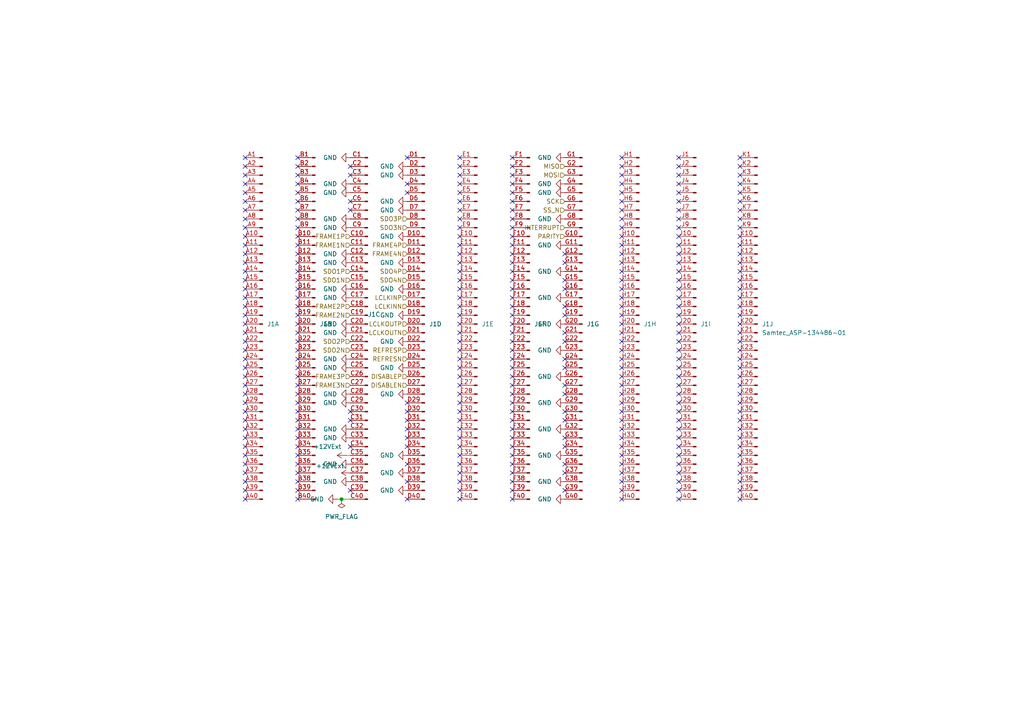
<source format=kicad_sch>
(kicad_sch (version 20231120) (generator "eeschema") (generator_version "8.0")
  (paper "A4")
  (lib_symbols
    (symbol "Connector:Samtec_ASP-134486-01" (pin_names (offset 1.016) hide)
      (property "Reference" "J" (at 0 50.8 0))
      (property "Value" "Samtec_ASP-134486-01" (at 0 -53.34 0))
      (symbol "Samtec_ASP-134486-01_1_1"
        (pin passive line (at -5.08 48.26 0) (length 3.81) (name "Pin_1") (number "A1"))
        (pin passive line (at -5.08 25.4 0) (length 3.81) (name "Pin_10") (number "A10"))
        (pin passive line (at -5.08 22.86 0) (length 3.81) (name "Pin_11") (number "A11"))
        (pin passive line (at -5.08 20.32 0) (length 3.81) (name "Pin_12") (number "A12"))
        (pin passive line (at -5.08 17.78 0) (length 3.81) (name "Pin_13") (number "A13"))
        (pin passive line (at -5.08 15.24 0) (length 3.81) (name "Pin_14") (number "A14"))
        (pin passive line (at -5.08 12.7 0) (length 3.81) (name "Pin_15") (number "A15"))
        (pin passive line (at -5.08 10.16 0) (length 3.81) (name "Pin_16") (number "A16"))
        (pin passive line (at -5.08 7.62 0) (length 3.81) (name "Pin_17") (number "A17"))
        (pin passive line (at -5.08 5.08 0) (length 3.81) (name "Pin_18") (number "A18"))
        (pin passive line (at -5.08 2.54 0) (length 3.81) (name "Pin_19") (number "A19"))
        (pin passive line (at -5.08 45.72 0) (length 3.81) (name "Pin_2") (number "A2"))
        (pin passive line (at -5.08 0 0) (length 3.81) (name "Pin_20") (number "A20"))
        (pin passive line (at -5.08 -2.54 0) (length 3.81) (name "Pin_21") (number "A21"))
        (pin passive line (at -5.08 -5.08 0) (length 3.81) (name "Pin_22") (number "A22"))
        (pin passive line (at -5.08 -7.62 0) (length 3.81) (name "Pin_23") (number "A23"))
        (pin passive line (at -5.08 -10.16 0) (length 3.81) (name "Pin_24") (number "A24"))
        (pin passive line (at -5.08 -12.7 0) (length 3.81) (name "Pin_25") (number "A25"))
        (pin passive line (at -5.08 -15.24 0) (length 3.81) (name "Pin_26") (number "A26"))
        (pin passive line (at -5.08 -17.78 0) (length 3.81) (name "Pin_27") (number "A27"))
        (pin passive line (at -5.08 -20.32 0) (length 3.81) (name "Pin_28") (number "A28"))
        (pin passive line (at -5.08 -22.86 0) (length 3.81) (name "Pin_29") (number "A29"))
        (pin passive line (at -5.08 43.18 0) (length 3.81) (name "Pin_3") (number "A3"))
        (pin passive line (at -5.08 -25.4 0) (length 3.81) (name "Pin_30") (number "A30"))
        (pin passive line (at -5.08 -27.94 0) (length 3.81) (name "Pin_31") (number "A31"))
        (pin passive line (at -5.08 -30.48 0) (length 3.81) (name "Pin_32") (number "A32"))
        (pin passive line (at -5.08 -33.02 0) (length 3.81) (name "Pin_33") (number "A33"))
        (pin passive line (at -5.08 -35.56 0) (length 3.81) (name "Pin_34") (number "A34"))
        (pin passive line (at -5.08 -38.1 0) (length 3.81) (name "Pin_35") (number "A35"))
        (pin passive line (at -5.08 -40.64 0) (length 3.81) (name "Pin_36") (number "A36"))
        (pin passive line (at -5.08 -43.18 0) (length 3.81) (name "Pin_37") (number "A37"))
        (pin passive line (at -5.08 -45.72 0) (length 3.81) (name "Pin_38") (number "A38"))
        (pin passive line (at -5.08 -48.26 0) (length 3.81) (name "Pin_39") (number "A39"))
        (pin passive line (at -5.08 40.64 0) (length 3.81) (name "Pin_4") (number "A4"))
        (pin passive line (at -5.08 -50.8 0) (length 3.81) (name "Pin_40") (number "A40"))
        (pin passive line (at -5.08 38.1 0) (length 3.81) (name "Pin_5") (number "A5"))
        (pin passive line (at -5.08 35.56 0) (length 3.81) (name "Pin_6") (number "A6"))
        (pin passive line (at -5.08 33.02 0) (length 3.81) (name "Pin_7") (number "A7"))
        (pin passive line (at -5.08 30.48 0) (length 3.81) (name "Pin_8") (number "A8"))
        (pin passive line (at -5.08 27.94 0) (length 3.81) (name "Pin_9") (number "A9"))
      )
      (symbol "Samtec_ASP-134486-01_2_1"
        (pin passive line (at -5.08 48.26 0) (length 3.81) (name "Pin_1") (number "B1"))
        (pin passive line (at -5.08 25.4 0) (length 3.81) (name "Pin_10") (number "B10"))
        (pin passive line (at -5.08 22.86 0) (length 3.81) (name "Pin_11") (number "B11"))
        (pin passive line (at -5.08 20.32 0) (length 3.81) (name "Pin_12") (number "B12"))
        (pin passive line (at -5.08 17.78 0) (length 3.81) (name "Pin_13") (number "B13"))
        (pin passive line (at -5.08 15.24 0) (length 3.81) (name "Pin_14") (number "B14"))
        (pin passive line (at -5.08 12.7 0) (length 3.81) (name "Pin_15") (number "B15"))
        (pin passive line (at -5.08 10.16 0) (length 3.81) (name "Pin_16") (number "B16"))
        (pin passive line (at -5.08 7.62 0) (length 3.81) (name "Pin_17") (number "B17"))
        (pin passive line (at -5.08 5.08 0) (length 3.81) (name "Pin_18") (number "B18"))
        (pin passive line (at -5.08 2.54 0) (length 3.81) (name "Pin_19") (number "B19"))
        (pin passive line (at -5.08 45.72 0) (length 3.81) (name "Pin_2") (number "B2"))
        (pin passive line (at -5.08 0 0) (length 3.81) (name "Pin_20") (number "B20"))
        (pin passive line (at -5.08 -2.54 0) (length 3.81) (name "Pin_21") (number "B21"))
        (pin passive line (at -5.08 -5.08 0) (length 3.81) (name "Pin_22") (number "B22"))
        (pin passive line (at -5.08 -7.62 0) (length 3.81) (name "Pin_23") (number "B23"))
        (pin passive line (at -5.08 -10.16 0) (length 3.81) (name "Pin_24") (number "B24"))
        (pin passive line (at -5.08 -12.7 0) (length 3.81) (name "Pin_25") (number "B25"))
        (pin passive line (at -5.08 -15.24 0) (length 3.81) (name "Pin_26") (number "B26"))
        (pin passive line (at -5.08 -17.78 0) (length 3.81) (name "Pin_27") (number "B27"))
        (pin passive line (at -5.08 -20.32 0) (length 3.81) (name "Pin_28") (number "B28"))
        (pin passive line (at -5.08 -22.86 0) (length 3.81) (name "Pin_29") (number "B29"))
        (pin passive line (at -5.08 43.18 0) (length 3.81) (name "Pin_3") (number "B3"))
        (pin passive line (at -5.08 -25.4 0) (length 3.81) (name "Pin_30") (number "B30"))
        (pin passive line (at -5.08 -27.94 0) (length 3.81) (name "Pin_31") (number "B31"))
        (pin passive line (at -5.08 -30.48 0) (length 3.81) (name "Pin_32") (number "B32"))
        (pin passive line (at -5.08 -33.02 0) (length 3.81) (name "Pin_33") (number "B33"))
        (pin passive line (at -5.08 -35.56 0) (length 3.81) (name "Pin_34") (number "B34"))
        (pin passive line (at -5.08 -38.1 0) (length 3.81) (name "Pin_35") (number "B35"))
        (pin passive line (at -5.08 -40.64 0) (length 3.81) (name "Pin_36") (number "B36"))
        (pin passive line (at -5.08 -43.18 0) (length 3.81) (name "Pin_37") (number "B37"))
        (pin passive line (at -5.08 -45.72 0) (length 3.81) (name "Pin_38") (number "B38"))
        (pin passive line (at -5.08 -48.26 0) (length 3.81) (name "Pin_39") (number "B39"))
        (pin passive line (at -5.08 40.64 0) (length 3.81) (name "Pin_4") (number "B4"))
        (pin passive line (at -5.08 -50.8 0) (length 3.81) (name "Pin_40") (number "B40"))
        (pin passive line (at -5.08 38.1 0) (length 3.81) (name "Pin_5") (number "B5"))
        (pin passive line (at -5.08 35.56 0) (length 3.81) (name "Pin_6") (number "B6"))
        (pin passive line (at -5.08 33.02 0) (length 3.81) (name "Pin_7") (number "B7"))
        (pin passive line (at -5.08 30.48 0) (length 3.81) (name "Pin_8") (number "B8"))
        (pin passive line (at -5.08 27.94 0) (length 3.81) (name "Pin_9") (number "B9"))
      )
      (symbol "Samtec_ASP-134486-01_3_1"
        (pin passive line (at -5.08 48.26 0) (length 3.81) (name "Pin_1") (number "C1"))
        (pin passive line (at -5.08 25.4 0) (length 3.81) (name "Pin_10") (number "C10"))
        (pin passive line (at -5.08 22.86 0) (length 3.81) (name "Pin_11") (number "C11"))
        (pin passive line (at -5.08 20.32 0) (length 3.81) (name "Pin_12") (number "C12"))
        (pin passive line (at -5.08 17.78 0) (length 3.81) (name "Pin_13") (number "C13"))
        (pin passive line (at -5.08 15.24 0) (length 3.81) (name "Pin_14") (number "C14"))
        (pin passive line (at -5.08 12.7 0) (length 3.81) (name "Pin_15") (number "C15"))
        (pin passive line (at -5.08 10.16 0) (length 3.81) (name "Pin_16") (number "C16"))
        (pin passive line (at -5.08 7.62 0) (length 3.81) (name "Pin_17") (number "C17"))
        (pin passive line (at -5.08 5.08 0) (length 3.81) (name "Pin_18") (number "C18"))
        (pin passive line (at -5.08 2.54 0) (length 3.81) (name "Pin_19") (number "C19"))
        (pin passive line (at -5.08 45.72 0) (length 3.81) (name "Pin_2") (number "C2"))
        (pin passive line (at -5.08 0 0) (length 3.81) (name "Pin_20") (number "C20"))
        (pin passive line (at -5.08 -2.54 0) (length 3.81) (name "Pin_21") (number "C21"))
        (pin passive line (at -5.08 -5.08 0) (length 3.81) (name "Pin_22") (number "C22"))
        (pin passive line (at -5.08 -7.62 0) (length 3.81) (name "Pin_23") (number "C23"))
        (pin passive line (at -5.08 -10.16 0) (length 3.81) (name "Pin_24") (number "C24"))
        (pin passive line (at -5.08 -12.7 0) (length 3.81) (name "Pin_25") (number "C25"))
        (pin passive line (at -5.08 -15.24 0) (length 3.81) (name "Pin_26") (number "C26"))
        (pin passive line (at -5.08 -17.78 0) (length 3.81) (name "Pin_27") (number "C27"))
        (pin passive line (at -5.08 -20.32 0) (length 3.81) (name "Pin_28") (number "C28"))
        (pin passive line (at -5.08 -22.86 0) (length 3.81) (name "Pin_29") (number "C29"))
        (pin passive line (at -5.08 43.18 0) (length 3.81) (name "Pin_3") (number "C3"))
        (pin passive line (at -5.08 -25.4 0) (length 3.81) (name "Pin_30") (number "C30"))
        (pin passive line (at -5.08 -27.94 0) (length 3.81) (name "Pin_31") (number "C31"))
        (pin passive line (at -5.08 -30.48 0) (length 3.81) (name "Pin_32") (number "C32"))
        (pin passive line (at -5.08 -33.02 0) (length 3.81) (name "Pin_33") (number "C33"))
        (pin passive line (at -5.08 -35.56 0) (length 3.81) (name "Pin_34") (number "C34"))
        (pin passive line (at -5.08 -38.1 0) (length 3.81) (name "Pin_35") (number "C35"))
        (pin passive line (at -5.08 -40.64 0) (length 3.81) (name "Pin_36") (number "C36"))
        (pin passive line (at -5.08 -43.18 0) (length 3.81) (name "Pin_37") (number "C37"))
        (pin passive line (at -5.08 -45.72 0) (length 3.81) (name "Pin_38") (number "C38"))
        (pin passive line (at -5.08 -48.26 0) (length 3.81) (name "Pin_39") (number "C39"))
        (pin passive line (at -5.08 40.64 0) (length 3.81) (name "Pin_4") (number "C4"))
        (pin passive line (at -5.08 -50.8 0) (length 3.81) (name "Pin_40") (number "C40"))
        (pin passive line (at -5.08 38.1 0) (length 3.81) (name "Pin_5") (number "C5"))
        (pin passive line (at -5.08 35.56 0) (length 3.81) (name "Pin_6") (number "C6"))
        (pin passive line (at -5.08 33.02 0) (length 3.81) (name "Pin_7") (number "C7"))
        (pin passive line (at -5.08 30.48 0) (length 3.81) (name "Pin_8") (number "C8"))
        (pin passive line (at -5.08 27.94 0) (length 3.81) (name "Pin_9") (number "C9"))
      )
      (symbol "Samtec_ASP-134486-01_4_1"
        (pin passive line (at -5.08 48.26 0) (length 3.81) (name "Pin_1") (number "D1"))
        (pin passive line (at -5.08 25.4 0) (length 3.81) (name "Pin_10") (number "D10"))
        (pin passive line (at -5.08 22.86 0) (length 3.81) (name "Pin_11") (number "D11"))
        (pin passive line (at -5.08 20.32 0) (length 3.81) (name "Pin_12") (number "D12"))
        (pin passive line (at -5.08 17.78 0) (length 3.81) (name "Pin_13") (number "D13"))
        (pin passive line (at -5.08 15.24 0) (length 3.81) (name "Pin_14") (number "D14"))
        (pin passive line (at -5.08 12.7 0) (length 3.81) (name "Pin_15") (number "D15"))
        (pin passive line (at -5.08 10.16 0) (length 3.81) (name "Pin_16") (number "D16"))
        (pin passive line (at -5.08 7.62 0) (length 3.81) (name "Pin_17") (number "D17"))
        (pin passive line (at -5.08 5.08 0) (length 3.81) (name "Pin_18") (number "D18"))
        (pin passive line (at -5.08 2.54 0) (length 3.81) (name "Pin_19") (number "D19"))
        (pin passive line (at -5.08 45.72 0) (length 3.81) (name "Pin_2") (number "D2"))
        (pin passive line (at -5.08 0 0) (length 3.81) (name "Pin_20") (number "D20"))
        (pin passive line (at -5.08 -2.54 0) (length 3.81) (name "Pin_21") (number "D21"))
        (pin passive line (at -5.08 -5.08 0) (length 3.81) (name "Pin_22") (number "D22"))
        (pin passive line (at -5.08 -7.62 0) (length 3.81) (name "Pin_23") (number "D23"))
        (pin passive line (at -5.08 -10.16 0) (length 3.81) (name "Pin_24") (number "D24"))
        (pin passive line (at -5.08 -12.7 0) (length 3.81) (name "Pin_25") (number "D25"))
        (pin passive line (at -5.08 -15.24 0) (length 3.81) (name "Pin_26") (number "D26"))
        (pin passive line (at -5.08 -17.78 0) (length 3.81) (name "Pin_27") (number "D27"))
        (pin passive line (at -5.08 -20.32 0) (length 3.81) (name "Pin_28") (number "D28"))
        (pin passive line (at -5.08 -22.86 0) (length 3.81) (name "Pin_29") (number "D29"))
        (pin passive line (at -5.08 43.18 0) (length 3.81) (name "Pin_3") (number "D3"))
        (pin passive line (at -5.08 -25.4 0) (length 3.81) (name "Pin_30") (number "D30"))
        (pin passive line (at -5.08 -27.94 0) (length 3.81) (name "Pin_31") (number "D31"))
        (pin passive line (at -5.08 -30.48 0) (length 3.81) (name "Pin_32") (number "D32"))
        (pin passive line (at -5.08 -33.02 0) (length 3.81) (name "Pin_33") (number "D33"))
        (pin passive line (at -5.08 -35.56 0) (length 3.81) (name "Pin_34") (number "D34"))
        (pin passive line (at -5.08 -38.1 0) (length 3.81) (name "Pin_35") (number "D35"))
        (pin passive line (at -5.08 -40.64 0) (length 3.81) (name "Pin_36") (number "D36"))
        (pin passive line (at -5.08 -43.18 0) (length 3.81) (name "Pin_37") (number "D37"))
        (pin passive line (at -5.08 -45.72 0) (length 3.81) (name "Pin_38") (number "D38"))
        (pin passive line (at -5.08 -48.26 0) (length 3.81) (name "Pin_39") (number "D39"))
        (pin passive line (at -5.08 40.64 0) (length 3.81) (name "Pin_4") (number "D4"))
        (pin passive line (at -5.08 -50.8 0) (length 3.81) (name "Pin_40") (number "D40"))
        (pin passive line (at -5.08 38.1 0) (length 3.81) (name "Pin_5") (number "D5"))
        (pin passive line (at -5.08 35.56 0) (length 3.81) (name "Pin_6") (number "D6"))
        (pin passive line (at -5.08 33.02 0) (length 3.81) (name "Pin_7") (number "D7"))
        (pin passive line (at -5.08 30.48 0) (length 3.81) (name "Pin_8") (number "D8"))
        (pin passive line (at -5.08 27.94 0) (length 3.81) (name "Pin_9") (number "D9"))
      )
      (symbol "Samtec_ASP-134486-01_5_1"
        (pin passive line (at -5.08 48.26 0) (length 3.81) (name "Pin_1") (number "E1"))
        (pin passive line (at -5.08 25.4 0) (length 3.81) (name "Pin_10") (number "E10"))
        (pin passive line (at -5.08 22.86 0) (length 3.81) (name "Pin_11") (number "E11"))
        (pin passive line (at -5.08 20.32 0) (length 3.81) (name "Pin_12") (number "E12"))
        (pin passive line (at -5.08 17.78 0) (length 3.81) (name "Pin_13") (number "E13"))
        (pin passive line (at -5.08 15.24 0) (length 3.81) (name "Pin_14") (number "E14"))
        (pin passive line (at -5.08 12.7 0) (length 3.81) (name "Pin_15") (number "E15"))
        (pin passive line (at -5.08 10.16 0) (length 3.81) (name "Pin_16") (number "E16"))
        (pin passive line (at -5.08 7.62 0) (length 3.81) (name "Pin_17") (number "E17"))
        (pin passive line (at -5.08 5.08 0) (length 3.81) (name "Pin_18") (number "E18"))
        (pin passive line (at -5.08 2.54 0) (length 3.81) (name "Pin_19") (number "E19"))
        (pin passive line (at -5.08 45.72 0) (length 3.81) (name "Pin_2") (number "E2"))
        (pin passive line (at -5.08 0 0) (length 3.81) (name "Pin_20") (number "E20"))
        (pin passive line (at -5.08 -2.54 0) (length 3.81) (name "Pin_21") (number "E21"))
        (pin passive line (at -5.08 -5.08 0) (length 3.81) (name "Pin_22") (number "E22"))
        (pin passive line (at -5.08 -7.62 0) (length 3.81) (name "Pin_23") (number "E23"))
        (pin passive line (at -5.08 -10.16 0) (length 3.81) (name "Pin_24") (number "E24"))
        (pin passive line (at -5.08 -12.7 0) (length 3.81) (name "Pin_25") (number "E25"))
        (pin passive line (at -5.08 -15.24 0) (length 3.81) (name "Pin_26") (number "E26"))
        (pin passive line (at -5.08 -17.78 0) (length 3.81) (name "Pin_27") (number "E27"))
        (pin passive line (at -5.08 -20.32 0) (length 3.81) (name "Pin_28") (number "E28"))
        (pin passive line (at -5.08 -22.86 0) (length 3.81) (name "Pin_29") (number "E29"))
        (pin passive line (at -5.08 43.18 0) (length 3.81) (name "Pin_3") (number "E3"))
        (pin passive line (at -5.08 -25.4 0) (length 3.81) (name "Pin_30") (number "E30"))
        (pin passive line (at -5.08 -27.94 0) (length 3.81) (name "Pin_31") (number "E31"))
        (pin passive line (at -5.08 -30.48 0) (length 3.81) (name "Pin_32") (number "E32"))
        (pin passive line (at -5.08 -33.02 0) (length 3.81) (name "Pin_33") (number "E33"))
        (pin passive line (at -5.08 -35.56 0) (length 3.81) (name "Pin_34") (number "E34"))
        (pin passive line (at -5.08 -38.1 0) (length 3.81) (name "Pin_35") (number "E35"))
        (pin passive line (at -5.08 -40.64 0) (length 3.81) (name "Pin_36") (number "E36"))
        (pin passive line (at -5.08 -43.18 0) (length 3.81) (name "Pin_37") (number "E37"))
        (pin passive line (at -5.08 -45.72 0) (length 3.81) (name "Pin_38") (number "E38"))
        (pin passive line (at -5.08 -48.26 0) (length 3.81) (name "Pin_39") (number "E39"))
        (pin passive line (at -5.08 40.64 0) (length 3.81) (name "Pin_4") (number "E4"))
        (pin passive line (at -5.08 -50.8 0) (length 3.81) (name "Pin_40") (number "E40"))
        (pin passive line (at -5.08 38.1 0) (length 3.81) (name "Pin_5") (number "E5"))
        (pin passive line (at -5.08 35.56 0) (length 3.81) (name "Pin_6") (number "E6"))
        (pin passive line (at -5.08 33.02 0) (length 3.81) (name "Pin_7") (number "E7"))
        (pin passive line (at -5.08 30.48 0) (length 3.81) (name "Pin_8") (number "E8"))
        (pin passive line (at -5.08 27.94 0) (length 3.81) (name "Pin_9") (number "E9"))
      )
      (symbol "Samtec_ASP-134486-01_6_1"
        (pin passive line (at -5.08 48.26 0) (length 3.81) (name "Pin_1") (number "F1"))
        (pin passive line (at -5.08 25.4 0) (length 3.81) (name "Pin_10") (number "F10"))
        (pin passive line (at -5.08 22.86 0) (length 3.81) (name "Pin_11") (number "F11"))
        (pin passive line (at -5.08 20.32 0) (length 3.81) (name "Pin_12") (number "F12"))
        (pin passive line (at -5.08 17.78 0) (length 3.81) (name "Pin_13") (number "F13"))
        (pin passive line (at -5.08 15.24 0) (length 3.81) (name "Pin_14") (number "F14"))
        (pin passive line (at -5.08 12.7 0) (length 3.81) (name "Pin_15") (number "F15"))
        (pin passive line (at -5.08 10.16 0) (length 3.81) (name "Pin_16") (number "F16"))
        (pin passive line (at -5.08 7.62 0) (length 3.81) (name "Pin_17") (number "F17"))
        (pin passive line (at -5.08 5.08 0) (length 3.81) (name "Pin_18") (number "F18"))
        (pin passive line (at -5.08 2.54 0) (length 3.81) (name "Pin_19") (number "F19"))
        (pin passive line (at -5.08 45.72 0) (length 3.81) (name "Pin_2") (number "F2"))
        (pin passive line (at -5.08 0 0) (length 3.81) (name "Pin_20") (number "F20"))
        (pin passive line (at -5.08 -2.54 0) (length 3.81) (name "Pin_21") (number "F21"))
        (pin passive line (at -5.08 -5.08 0) (length 3.81) (name "Pin_22") (number "F22"))
        (pin passive line (at -5.08 -7.62 0) (length 3.81) (name "Pin_23") (number "F23"))
        (pin passive line (at -5.08 -10.16 0) (length 3.81) (name "Pin_24") (number "F24"))
        (pin passive line (at -5.08 -12.7 0) (length 3.81) (name "Pin_25") (number "F25"))
        (pin passive line (at -5.08 -15.24 0) (length 3.81) (name "Pin_26") (number "F26"))
        (pin passive line (at -5.08 -17.78 0) (length 3.81) (name "Pin_27") (number "F27"))
        (pin passive line (at -5.08 -20.32 0) (length 3.81) (name "Pin_28") (number "F28"))
        (pin passive line (at -5.08 -22.86 0) (length 3.81) (name "Pin_29") (number "F29"))
        (pin passive line (at -5.08 43.18 0) (length 3.81) (name "Pin_3") (number "F3"))
        (pin passive line (at -5.08 -25.4 0) (length 3.81) (name "Pin_30") (number "F30"))
        (pin passive line (at -5.08 -27.94 0) (length 3.81) (name "Pin_31") (number "F31"))
        (pin passive line (at -5.08 -30.48 0) (length 3.81) (name "Pin_32") (number "F32"))
        (pin passive line (at -5.08 -33.02 0) (length 3.81) (name "Pin_33") (number "F33"))
        (pin passive line (at -5.08 -35.56 0) (length 3.81) (name "Pin_34") (number "F34"))
        (pin passive line (at -5.08 -38.1 0) (length 3.81) (name "Pin_35") (number "F35"))
        (pin passive line (at -5.08 -40.64 0) (length 3.81) (name "Pin_36") (number "F36"))
        (pin passive line (at -5.08 -43.18 0) (length 3.81) (name "Pin_37") (number "F37"))
        (pin passive line (at -5.08 -45.72 0) (length 3.81) (name "Pin_38") (number "F38"))
        (pin passive line (at -5.08 -48.26 0) (length 3.81) (name "Pin_39") (number "F39"))
        (pin passive line (at -5.08 40.64 0) (length 3.81) (name "Pin_4") (number "F4"))
        (pin passive line (at -5.08 -50.8 0) (length 3.81) (name "Pin_40") (number "F40"))
        (pin passive line (at -5.08 38.1 0) (length 3.81) (name "Pin_5") (number "F5"))
        (pin passive line (at -5.08 35.56 0) (length 3.81) (name "Pin_6") (number "F6"))
        (pin passive line (at -5.08 33.02 0) (length 3.81) (name "Pin_7") (number "F7"))
        (pin passive line (at -5.08 30.48 0) (length 3.81) (name "Pin_8") (number "F8"))
        (pin passive line (at -5.08 27.94 0) (length 3.81) (name "Pin_9") (number "F9"))
      )
      (symbol "Samtec_ASP-134486-01_7_1"
        (pin passive line (at -5.08 48.26 0) (length 3.81) (name "Pin_1") (number "G1"))
        (pin passive line (at -5.08 25.4 0) (length 3.81) (name "Pin_10") (number "G10"))
        (pin passive line (at -5.08 22.86 0) (length 3.81) (name "Pin_11") (number "G11"))
        (pin passive line (at -5.08 20.32 0) (length 3.81) (name "Pin_12") (number "G12"))
        (pin passive line (at -5.08 17.78 0) (length 3.81) (name "Pin_13") (number "G13"))
        (pin passive line (at -5.08 15.24 0) (length 3.81) (name "Pin_14") (number "G14"))
        (pin passive line (at -5.08 12.7 0) (length 3.81) (name "Pin_15") (number "G15"))
        (pin passive line (at -5.08 10.16 0) (length 3.81) (name "Pin_16") (number "G16"))
        (pin passive line (at -5.08 7.62 0) (length 3.81) (name "Pin_17") (number "G17"))
        (pin passive line (at -5.08 5.08 0) (length 3.81) (name "Pin_18") (number "G18"))
        (pin passive line (at -5.08 2.54 0) (length 3.81) (name "Pin_19") (number "G19"))
        (pin passive line (at -5.08 45.72 0) (length 3.81) (name "Pin_2") (number "G2"))
        (pin passive line (at -5.08 0 0) (length 3.81) (name "Pin_20") (number "G20"))
        (pin passive line (at -5.08 -2.54 0) (length 3.81) (name "Pin_21") (number "G21"))
        (pin passive line (at -5.08 -5.08 0) (length 3.81) (name "Pin_22") (number "G22"))
        (pin passive line (at -5.08 -7.62 0) (length 3.81) (name "Pin_23") (number "G23"))
        (pin passive line (at -5.08 -10.16 0) (length 3.81) (name "Pin_24") (number "G24"))
        (pin passive line (at -5.08 -12.7 0) (length 3.81) (name "Pin_25") (number "G25"))
        (pin passive line (at -5.08 -15.24 0) (length 3.81) (name "Pin_26") (number "G26"))
        (pin passive line (at -5.08 -17.78 0) (length 3.81) (name "Pin_27") (number "G27"))
        (pin passive line (at -5.08 -20.32 0) (length 3.81) (name "Pin_28") (number "G28"))
        (pin passive line (at -5.08 -22.86 0) (length 3.81) (name "Pin_29") (number "G29"))
        (pin passive line (at -5.08 43.18 0) (length 3.81) (name "Pin_3") (number "G3"))
        (pin passive line (at -5.08 -25.4 0) (length 3.81) (name "Pin_30") (number "G30"))
        (pin passive line (at -5.08 -27.94 0) (length 3.81) (name "Pin_31") (number "G31"))
        (pin passive line (at -5.08 -30.48 0) (length 3.81) (name "Pin_32") (number "G32"))
        (pin passive line (at -5.08 -33.02 0) (length 3.81) (name "Pin_33") (number "G33"))
        (pin passive line (at -5.08 -35.56 0) (length 3.81) (name "Pin_34") (number "G34"))
        (pin passive line (at -5.08 -38.1 0) (length 3.81) (name "Pin_35") (number "G35"))
        (pin passive line (at -5.08 -40.64 0) (length 3.81) (name "Pin_36") (number "G36"))
        (pin passive line (at -5.08 -43.18 0) (length 3.81) (name "Pin_37") (number "G37"))
        (pin passive line (at -5.08 -45.72 0) (length 3.81) (name "Pin_38") (number "G38"))
        (pin passive line (at -5.08 -48.26 0) (length 3.81) (name "Pin_39") (number "G39"))
        (pin passive line (at -5.08 40.64 0) (length 3.81) (name "Pin_4") (number "G4"))
        (pin passive line (at -5.08 -50.8 0) (length 3.81) (name "Pin_40") (number "G40"))
        (pin passive line (at -5.08 38.1 0) (length 3.81) (name "Pin_5") (number "G5"))
        (pin passive line (at -5.08 35.56 0) (length 3.81) (name "Pin_6") (number "G6"))
        (pin passive line (at -5.08 33.02 0) (length 3.81) (name "Pin_7") (number "G7"))
        (pin passive line (at -5.08 30.48 0) (length 3.81) (name "Pin_8") (number "G8"))
        (pin passive line (at -5.08 27.94 0) (length 3.81) (name "Pin_9") (number "G9"))
      )
      (symbol "Samtec_ASP-134486-01_8_1"
        (pin passive line (at -5.08 48.26 0) (length 3.81) (name "Pin_1") (number "H1"))
        (pin passive line (at -5.08 25.4 0) (length 3.81) (name "Pin_10") (number "H10"))
        (pin passive line (at -5.08 22.86 0) (length 3.81) (name "Pin_11") (number "H11"))
        (pin passive line (at -5.08 20.32 0) (length 3.81) (name "Pin_12") (number "H12"))
        (pin passive line (at -5.08 17.78 0) (length 3.81) (name "Pin_13") (number "H13"))
        (pin passive line (at -5.08 15.24 0) (length 3.81) (name "Pin_14") (number "H14"))
        (pin passive line (at -5.08 12.7 0) (length 3.81) (name "Pin_15") (number "H15"))
        (pin passive line (at -5.08 10.16 0) (length 3.81) (name "Pin_16") (number "H16"))
        (pin passive line (at -5.08 7.62 0) (length 3.81) (name "Pin_17") (number "H17"))
        (pin passive line (at -5.08 5.08 0) (length 3.81) (name "Pin_18") (number "H18"))
        (pin passive line (at -5.08 2.54 0) (length 3.81) (name "Pin_19") (number "H19"))
        (pin passive line (at -5.08 45.72 0) (length 3.81) (name "Pin_2") (number "H2"))
        (pin passive line (at -5.08 0 0) (length 3.81) (name "Pin_20") (number "H20"))
        (pin passive line (at -5.08 -2.54 0) (length 3.81) (name "Pin_21") (number "H21"))
        (pin passive line (at -5.08 -5.08 0) (length 3.81) (name "Pin_22") (number "H22"))
        (pin passive line (at -5.08 -7.62 0) (length 3.81) (name "Pin_23") (number "H23"))
        (pin passive line (at -5.08 -10.16 0) (length 3.81) (name "Pin_24") (number "H24"))
        (pin passive line (at -5.08 -12.7 0) (length 3.81) (name "Pin_25") (number "H25"))
        (pin passive line (at -5.08 -15.24 0) (length 3.81) (name "Pin_26") (number "H26"))
        (pin passive line (at -5.08 -17.78 0) (length 3.81) (name "Pin_27") (number "H27"))
        (pin passive line (at -5.08 -20.32 0) (length 3.81) (name "Pin_28") (number "H28"))
        (pin passive line (at -5.08 -22.86 0) (length 3.81) (name "Pin_29") (number "H29"))
        (pin passive line (at -5.08 43.18 0) (length 3.81) (name "Pin_3") (number "H3"))
        (pin passive line (at -5.08 -25.4 0) (length 3.81) (name "Pin_30") (number "H30"))
        (pin passive line (at -5.08 -27.94 0) (length 3.81) (name "Pin_31") (number "H31"))
        (pin passive line (at -5.08 -30.48 0) (length 3.81) (name "Pin_32") (number "H32"))
        (pin passive line (at -5.08 -33.02 0) (length 3.81) (name "Pin_33") (number "H33"))
        (pin passive line (at -5.08 -35.56 0) (length 3.81) (name "Pin_34") (number "H34"))
        (pin passive line (at -5.08 -38.1 0) (length 3.81) (name "Pin_35") (number "H35"))
        (pin passive line (at -5.08 -40.64 0) (length 3.81) (name "Pin_36") (number "H36"))
        (pin passive line (at -5.08 -43.18 0) (length 3.81) (name "Pin_37") (number "H37"))
        (pin passive line (at -5.08 -45.72 0) (length 3.81) (name "Pin_38") (number "H38"))
        (pin passive line (at -5.08 -48.26 0) (length 3.81) (name "Pin_39") (number "H39"))
        (pin passive line (at -5.08 40.64 0) (length 3.81) (name "Pin_4") (number "H4"))
        (pin passive line (at -5.08 -50.8 0) (length 3.81) (name "Pin_40") (number "H40"))
        (pin passive line (at -5.08 38.1 0) (length 3.81) (name "Pin_5") (number "H5"))
        (pin passive line (at -5.08 35.56 0) (length 3.81) (name "Pin_6") (number "H6"))
        (pin passive line (at -5.08 33.02 0) (length 3.81) (name "Pin_7") (number "H7"))
        (pin passive line (at -5.08 30.48 0) (length 3.81) (name "Pin_8") (number "H8"))
        (pin passive line (at -5.08 27.94 0) (length 3.81) (name "Pin_9") (number "H9"))
      )
      (symbol "Samtec_ASP-134486-01_9_1"
        (pin passive line (at -5.08 48.26 0) (length 3.81) (name "Pin_1") (number "J1"))
        (pin passive line (at -5.08 25.4 0) (length 3.81) (name "Pin_10") (number "J10"))
        (pin passive line (at -5.08 22.86 0) (length 3.81) (name "Pin_11") (number "J11"))
        (pin passive line (at -5.08 20.32 0) (length 3.81) (name "Pin_12") (number "J12"))
        (pin passive line (at -5.08 17.78 0) (length 3.81) (name "Pin_13") (number "J13"))
        (pin passive line (at -5.08 15.24 0) (length 3.81) (name "Pin_14") (number "J14"))
        (pin passive line (at -5.08 12.7 0) (length 3.81) (name "Pin_15") (number "J15"))
        (pin passive line (at -5.08 10.16 0) (length 3.81) (name "Pin_16") (number "J16"))
        (pin passive line (at -5.08 7.62 0) (length 3.81) (name "Pin_17") (number "J17"))
        (pin passive line (at -5.08 5.08 0) (length 3.81) (name "Pin_18") (number "J18"))
        (pin passive line (at -5.08 2.54 0) (length 3.81) (name "Pin_19") (number "J19"))
        (pin passive line (at -5.08 45.72 0) (length 3.81) (name "Pin_2") (number "J2"))
        (pin passive line (at -5.08 0 0) (length 3.81) (name "Pin_20") (number "J20"))
        (pin passive line (at -5.08 -2.54 0) (length 3.81) (name "Pin_21") (number "J21"))
        (pin passive line (at -5.08 -5.08 0) (length 3.81) (name "Pin_22") (number "J22"))
        (pin passive line (at -5.08 -7.62 0) (length 3.81) (name "Pin_23") (number "J23"))
        (pin passive line (at -5.08 -10.16 0) (length 3.81) (name "Pin_24") (number "J24"))
        (pin passive line (at -5.08 -12.7 0) (length 3.81) (name "Pin_25") (number "J25"))
        (pin passive line (at -5.08 -15.24 0) (length 3.81) (name "Pin_26") (number "J26"))
        (pin passive line (at -5.08 -17.78 0) (length 3.81) (name "Pin_27") (number "J27"))
        (pin passive line (at -5.08 -20.32 0) (length 3.81) (name "Pin_28") (number "J28"))
        (pin passive line (at -5.08 -22.86 0) (length 3.81) (name "Pin_29") (number "J29"))
        (pin passive line (at -5.08 43.18 0) (length 3.81) (name "Pin_3") (number "J3"))
        (pin passive line (at -5.08 -25.4 0) (length 3.81) (name "Pin_30") (number "J30"))
        (pin passive line (at -5.08 -27.94 0) (length 3.81) (name "Pin_31") (number "J31"))
        (pin passive line (at -5.08 -30.48 0) (length 3.81) (name "Pin_32") (number "J32"))
        (pin passive line (at -5.08 -33.02 0) (length 3.81) (name "Pin_33") (number "J33"))
        (pin passive line (at -5.08 -35.56 0) (length 3.81) (name "Pin_34") (number "J34"))
        (pin passive line (at -5.08 -38.1 0) (length 3.81) (name "Pin_35") (number "J35"))
        (pin passive line (at -5.08 -40.64 0) (length 3.81) (name "Pin_36") (number "J36"))
        (pin passive line (at -5.08 -43.18 0) (length 3.81) (name "Pin_37") (number "J37"))
        (pin passive line (at -5.08 -45.72 0) (length 3.81) (name "Pin_38") (number "J38"))
        (pin passive line (at -5.08 -48.26 0) (length 3.81) (name "Pin_39") (number "J39"))
        (pin passive line (at -5.08 40.64 0) (length 3.81) (name "Pin_4") (number "J4"))
        (pin passive line (at -5.08 -50.8 0) (length 3.81) (name "Pin_40") (number "J40"))
        (pin passive line (at -5.08 38.1 0) (length 3.81) (name "Pin_5") (number "J5"))
        (pin passive line (at -5.08 35.56 0) (length 3.81) (name "Pin_6") (number "J6"))
        (pin passive line (at -5.08 33.02 0) (length 3.81) (name "Pin_7") (number "J7"))
        (pin passive line (at -5.08 30.48 0) (length 3.81) (name "Pin_8") (number "J8"))
        (pin passive line (at -5.08 27.94 0) (length 3.81) (name "Pin_9") (number "J9"))
      )
      (symbol "Samtec_ASP-134486-01_10_1"
        (pin passive line (at -5.08 48.26 0) (length 3.81) (name "Pin_1") (number "K1"))
        (pin passive line (at -5.08 25.4 0) (length 3.81) (name "Pin_10") (number "K10"))
        (pin passive line (at -5.08 22.86 0) (length 3.81) (name "Pin_11") (number "K11"))
        (pin passive line (at -5.08 20.32 0) (length 3.81) (name "Pin_12") (number "K12"))
        (pin passive line (at -5.08 17.78 0) (length 3.81) (name "Pin_13") (number "K13"))
        (pin passive line (at -5.08 15.24 0) (length 3.81) (name "Pin_14") (number "K14"))
        (pin passive line (at -5.08 12.7 0) (length 3.81) (name "Pin_15") (number "K15"))
        (pin passive line (at -5.08 10.16 0) (length 3.81) (name "Pin_16") (number "K16"))
        (pin passive line (at -5.08 7.62 0) (length 3.81) (name "Pin_17") (number "K17"))
        (pin passive line (at -5.08 5.08 0) (length 3.81) (name "Pin_18") (number "K18"))
        (pin passive line (at -5.08 2.54 0) (length 3.81) (name "Pin_19") (number "K19"))
        (pin passive line (at -5.08 45.72 0) (length 3.81) (name "Pin_2") (number "K2"))
        (pin passive line (at -5.08 0 0) (length 3.81) (name "Pin_20") (number "K20"))
        (pin passive line (at -5.08 -2.54 0) (length 3.81) (name "Pin_21") (number "K21"))
        (pin passive line (at -5.08 -5.08 0) (length 3.81) (name "Pin_22") (number "K22"))
        (pin passive line (at -5.08 -7.62 0) (length 3.81) (name "Pin_23") (number "K23"))
        (pin passive line (at -5.08 -10.16 0) (length 3.81) (name "Pin_24") (number "K24"))
        (pin passive line (at -5.08 -12.7 0) (length 3.81) (name "Pin_25") (number "K25"))
        (pin passive line (at -5.08 -15.24 0) (length 3.81) (name "Pin_26") (number "K26"))
        (pin passive line (at -5.08 -17.78 0) (length 3.81) (name "Pin_27") (number "K27"))
        (pin passive line (at -5.08 -20.32 0) (length 3.81) (name "Pin_28") (number "K28"))
        (pin passive line (at -5.08 -22.86 0) (length 3.81) (name "Pin_29") (number "K29"))
        (pin passive line (at -5.08 43.18 0) (length 3.81) (name "Pin_3") (number "K3"))
        (pin passive line (at -5.08 -25.4 0) (length 3.81) (name "Pin_30") (number "K30"))
        (pin passive line (at -5.08 -27.94 0) (length 3.81) (name "Pin_31") (number "K31"))
        (pin passive line (at -5.08 -30.48 0) (length 3.81) (name "Pin_32") (number "K32"))
        (pin passive line (at -5.08 -33.02 0) (length 3.81) (name "Pin_33") (number "K33"))
        (pin passive line (at -5.08 -35.56 0) (length 3.81) (name "Pin_34") (number "K34"))
        (pin passive line (at -5.08 -38.1 0) (length 3.81) (name "Pin_35") (number "K35"))
        (pin passive line (at -5.08 -40.64 0) (length 3.81) (name "Pin_36") (number "K36"))
        (pin passive line (at -5.08 -43.18 0) (length 3.81) (name "Pin_37") (number "K37"))
        (pin passive line (at -5.08 -45.72 0) (length 3.81) (name "Pin_38") (number "K38"))
        (pin passive line (at -5.08 -48.26 0) (length 3.81) (name "Pin_39") (number "K39"))
        (pin passive line (at -5.08 40.64 0) (length 3.81) (name "Pin_4") (number "K4"))
        (pin passive line (at -5.08 -50.8 0) (length 3.81) (name "Pin_40") (number "K40"))
        (pin passive line (at -5.08 38.1 0) (length 3.81) (name "Pin_5") (number "K5"))
        (pin passive line (at -5.08 35.56 0) (length 3.81) (name "Pin_6") (number "K6"))
        (pin passive line (at -5.08 33.02 0) (length 3.81) (name "Pin_7") (number "K7"))
        (pin passive line (at -5.08 30.48 0) (length 3.81) (name "Pin_8") (number "K8"))
        (pin passive line (at -5.08 27.94 0) (length 3.81) (name "Pin_9") (number "K9"))
      )
    )
    (symbol "power:+12V" (power) (pin_numbers hide) (pin_names (offset 0) hide)
      (property "Value" "+12V" (at 0 3.556 0))
      (symbol "+12V_1_1"
        (pin power_in line (at 0 0 90) (length 0) (name "~") (number "1"))
      )
    )
    (symbol "power:GND" (power) (pin_numbers hide) (pin_names (offset 0) hide)
      (property "Value" "GND" (at 0 -3.81 0))
      (symbol "GND_1_1"
        (pin power_in line (at 0 0 270) (length 0) (name "~") (number "1"))
      )
    )
    (symbol "power:PWR_FLAG" (power) (pin_numbers hide) (pin_names (offset 0) hide)
      (property "Value" "PWR_FLAG" (at 0 3.81 0))
      (symbol "PWR_FLAG_0_0"
        (pin power_out line (at 0 0 90) (length 0) (name "~") (number "1"))
      )
    )
  )
  (junction (at 99.06 144.78))
  (no_connect (at 180.34 83.82))
  (no_connect (at 148.59 55.88))
  (no_connect (at 163.83 129.54))
  (no_connect (at 133.35 66.04))
  (no_connect (at 180.34 68.58))
  (no_connect (at 180.34 127))
  (no_connect (at 180.34 144.78))
  (no_connect (at 133.35 116.84))
  (no_connect (at 86.36 124.46))
  (no_connect (at 118.11 144.78))
  (no_connect (at 148.59 124.46))
  (no_connect (at 148.59 60.96))
  (no_connect (at 214.63 104.14))
  (no_connect (at 214.63 73.66))
  (no_connect (at 118.11 139.7))
  (no_connect (at 86.36 134.62))
  (no_connect (at 163.83 106.68))
  (no_connect (at 196.85 48.26))
  (no_connect (at 101.6 119.38))
  (no_connect (at 214.63 114.3))
  (no_connect (at 196.85 68.58))
  (no_connect (at 148.59 91.44))
  (no_connect (at 163.83 88.9))
  (no_connect (at 71.12 132.08))
  (no_connect (at 86.36 83.82))
  (no_connect (at 163.83 121.92))
  (no_connect (at 148.59 109.22))
  (no_connect (at 86.36 68.58))
  (no_connect (at 180.34 53.34))
  (no_connect (at 118.11 124.46))
  (no_connect (at 196.85 119.38))
  (no_connect (at 163.83 114.3))
  (no_connect (at 86.36 116.84))
  (no_connect (at 71.12 71.12))
  (no_connect (at 180.34 101.6))
  (no_connect (at 163.83 104.14))
  (no_connect (at 180.34 50.8))
  (no_connect (at 214.63 127))
  (no_connect (at 214.63 93.98))
  (no_connect (at 196.85 50.8))
  (no_connect (at 196.85 76.2))
  (no_connect (at 214.63 144.78))
  (no_connect (at 71.12 121.92))
  (no_connect (at 214.63 139.7))
  (no_connect (at 196.85 73.66))
  (no_connect (at 71.12 66.04))
  (no_connect (at 180.34 142.24))
  (no_connect (at 214.63 121.92))
  (no_connect (at 148.59 53.34))
  (no_connect (at 101.6 50.8))
  (no_connect (at 196.85 142.24))
  (no_connect (at 133.35 93.98))
  (no_connect (at 86.36 106.68))
  (no_connect (at 163.83 76.2))
  (no_connect (at 214.63 137.16))
  (no_connect (at 86.36 93.98))
  (no_connect (at 148.59 76.2))
  (no_connect (at 71.12 45.72))
  (no_connect (at 180.34 106.68))
  (no_connect (at 118.11 134.62))
  (no_connect (at 86.36 71.12))
  (no_connect (at 196.85 71.12))
  (no_connect (at 214.63 88.9))
  (no_connect (at 214.63 106.68))
  (no_connect (at 180.34 91.44))
  (no_connect (at 133.35 45.72))
  (no_connect (at 71.12 50.8))
  (no_connect (at 180.34 114.3))
  (no_connect (at 71.12 139.7))
  (no_connect (at 148.59 73.66))
  (no_connect (at 196.85 132.08))
  (no_connect (at 163.83 91.44))
  (no_connect (at 214.63 66.04))
  (no_connect (at 214.63 83.82))
  (no_connect (at 133.35 83.82))
  (no_connect (at 180.34 93.98))
  (no_connect (at 133.35 114.3))
  (no_connect (at 71.12 78.74))
  (no_connect (at 196.85 104.14))
  (no_connect (at 180.34 129.54))
  (no_connect (at 180.34 124.46))
  (no_connect (at 133.35 106.68))
  (no_connect (at 118.11 127))
  (no_connect (at 196.85 106.68))
  (no_connect (at 214.63 53.34))
  (no_connect (at 71.12 111.76))
  (no_connect (at 196.85 139.7))
  (no_connect (at 71.12 99.06))
  (no_connect (at 180.34 88.9))
  (no_connect (at 101.6 58.42))
  (no_connect (at 180.34 60.96))
  (no_connect (at 71.12 106.68))
  (no_connect (at 163.83 142.24))
  (no_connect (at 148.59 58.42))
  (no_connect (at 214.63 99.06))
  (no_connect (at 163.83 73.66))
  (no_connect (at 214.63 81.28))
  (no_connect (at 196.85 127))
  (no_connect (at 71.12 60.96))
  (no_connect (at 133.35 104.14))
  (no_connect (at 214.63 78.74))
  (no_connect (at 148.59 121.92))
  (no_connect (at 133.35 53.34))
  (no_connect (at 214.63 76.2))
  (no_connect (at 196.85 111.76))
  (no_connect (at 148.59 104.14))
  (no_connect (at 180.34 48.26))
  (no_connect (at 196.85 58.42))
  (no_connect (at 214.63 142.24))
  (no_connect (at 86.36 129.54))
  (no_connect (at 148.59 48.26))
  (no_connect (at 86.36 91.44))
  (no_connect (at 86.36 109.22))
  (no_connect (at 71.12 88.9))
  (no_connect (at 196.85 63.5))
  (no_connect (at 86.36 137.16))
  (no_connect (at 118.11 53.34))
  (no_connect (at 71.12 104.14))
  (no_connect (at 163.83 111.76))
  (no_connect (at 148.59 101.6))
  (no_connect (at 148.59 68.58))
  (no_connect (at 86.36 76.2))
  (no_connect (at 180.34 66.04))
  (no_connect (at 86.36 60.96))
  (no_connect (at 196.85 55.88))
  (no_connect (at 214.63 50.8))
  (no_connect (at 86.36 104.14))
  (no_connect (at 148.59 142.24))
  (no_connect (at 163.83 134.62))
  (no_connect (at 180.34 76.2))
  (no_connect (at 163.83 96.52))
  (no_connect (at 71.12 119.38))
  (no_connect (at 214.63 63.5))
  (no_connect (at 214.63 60.96))
  (no_connect (at 148.59 119.38))
  (no_connect (at 148.59 88.9))
  (no_connect (at 118.11 116.84))
  (no_connect (at 148.59 63.5))
  (no_connect (at 86.36 132.08))
  (no_connect (at 148.59 83.82))
  (no_connect (at 71.12 129.54))
  (no_connect (at 163.83 99.06))
  (no_connect (at 71.12 134.62))
  (no_connect (at 196.85 134.62))
  (no_connect (at 71.12 109.22))
  (no_connect (at 180.34 45.72))
  (no_connect (at 86.36 142.24))
  (no_connect (at 214.63 96.52))
  (no_connect (at 86.36 63.5))
  (no_connect (at 133.35 68.58))
  (no_connect (at 148.59 71.12))
  (no_connect (at 214.63 48.26))
  (no_connect (at 86.36 96.52))
  (no_connect (at 71.12 68.58))
  (no_connect (at 148.59 45.72))
  (no_connect (at 86.36 50.8))
  (no_connect (at 148.59 139.7))
  (no_connect (at 133.35 60.96))
  (no_connect (at 196.85 83.82))
  (no_connect (at 148.59 129.54))
  (no_connect (at 180.34 58.42))
  (no_connect (at 196.85 78.74))
  (no_connect (at 196.85 114.3))
  (no_connect (at 71.12 101.6))
  (no_connect (at 148.59 66.04))
  (no_connect (at 118.11 121.92))
  (no_connect (at 71.12 86.36))
  (no_connect (at 214.63 132.08))
  (no_connect (at 86.36 101.6))
  (no_connect (at 133.35 101.6))
  (no_connect (at 101.6 129.54))
  (no_connect (at 180.34 86.36))
  (no_connect (at 196.85 121.92))
  (no_connect (at 86.36 114.3))
  (no_connect (at 133.35 137.16))
  (no_connect (at 196.85 99.06))
  (no_connect (at 180.34 132.08))
  (no_connect (at 101.6 48.26))
  (no_connect (at 133.35 86.36))
  (no_connect (at 196.85 66.04))
  (no_connect (at 118.11 119.38))
  (no_connect (at 86.36 81.28))
  (no_connect (at 133.35 71.12))
  (no_connect (at 71.12 137.16))
  (no_connect (at 133.35 81.28))
  (no_connect (at 148.59 132.08))
  (no_connect (at 214.63 86.36))
  (no_connect (at 133.35 78.74))
  (no_connect (at 180.34 121.92))
  (no_connect (at 86.36 121.92))
  (no_connect (at 71.12 63.5))
  (no_connect (at 71.12 81.28))
  (no_connect (at 163.83 119.38))
  (no_connect (at 133.35 99.06))
  (no_connect (at 196.85 96.52))
  (no_connect (at 148.59 93.98))
  (no_connect (at 214.63 134.62))
  (no_connect (at 71.12 114.3))
  (no_connect (at 214.63 101.6))
  (no_connect (at 133.35 91.44))
  (no_connect (at 214.63 111.76))
  (no_connect (at 148.59 111.76))
  (no_connect (at 180.34 55.88))
  (no_connect (at 196.85 109.22))
  (no_connect (at 196.85 129.54))
  (no_connect (at 148.59 86.36))
  (no_connect (at 214.63 71.12))
  (no_connect (at 196.85 81.28))
  (no_connect (at 86.36 66.04))
  (no_connect (at 196.85 116.84))
  (no_connect (at 133.35 121.92))
  (no_connect (at 196.85 86.36))
  (no_connect (at 86.36 88.9))
  (no_connect (at 148.59 144.78))
  (no_connect (at 148.59 106.68))
  (no_connect (at 148.59 134.62))
  (no_connect (at 71.12 48.26))
  (no_connect (at 148.59 96.52))
  (no_connect (at 86.36 55.88))
  (no_connect (at 180.34 137.16))
  (no_connect (at 86.36 53.34))
  (no_connect (at 133.35 142.24))
  (no_connect (at 148.59 116.84))
  (no_connect (at 71.12 144.78))
  (no_connect (at 133.35 88.9))
  (no_connect (at 133.35 129.54))
  (no_connect (at 133.35 73.66))
  (no_connect (at 71.12 127))
  (no_connect (at 101.6 121.92))
  (no_connect (at 86.36 58.42))
  (no_connect (at 180.34 96.52))
  (no_connect (at 118.11 129.54))
  (no_connect (at 214.63 129.54))
  (no_connect (at 86.36 78.74))
  (no_connect (at 148.59 137.16))
  (no_connect (at 196.85 91.44))
  (no_connect (at 133.35 132.08))
  (no_connect (at 214.63 58.42))
  (no_connect (at 133.35 124.46))
  (no_connect (at 86.36 86.36))
  (no_connect (at 180.34 104.14))
  (no_connect (at 180.34 119.38))
  (no_connect (at 214.63 119.38))
  (no_connect (at 101.6 142.24))
  (no_connect (at 180.34 73.66))
  (no_connect (at 180.34 111.76))
  (no_connect (at 86.36 119.38))
  (no_connect (at 163.83 137.16))
  (no_connect (at 86.36 73.66))
  (no_connect (at 86.36 139.7))
  (no_connect (at 196.85 60.96))
  (no_connect (at 214.63 116.84))
  (no_connect (at 148.59 99.06))
  (no_connect (at 133.35 127))
  (no_connect (at 196.85 45.72))
  (no_connect (at 214.63 68.58))
  (no_connect (at 71.12 124.46))
  (no_connect (at 180.34 139.7))
  (no_connect (at 214.63 124.46))
  (no_connect (at 71.12 96.52))
  (no_connect (at 163.83 83.82))
  (no_connect (at 86.36 48.26))
  (no_connect (at 133.35 48.26))
  (no_connect (at 71.12 73.66))
  (no_connect (at 86.36 45.72))
  (no_connect (at 133.35 109.22))
  (no_connect (at 180.34 109.22))
  (no_connect (at 133.35 119.38))
  (no_connect (at 214.63 91.44))
  (no_connect (at 71.12 116.84))
  (no_connect (at 214.63 55.88))
  (no_connect (at 180.34 81.28))
  (no_connect (at 133.35 139.7))
  (no_connect (at 133.35 55.88))
  (no_connect (at 196.85 101.6))
  (no_connect (at 148.59 78.74))
  (no_connect (at 148.59 127))
  (no_connect (at 163.83 81.28))
  (no_connect (at 133.35 134.62))
  (no_connect (at 163.83 127))
  (no_connect (at 180.34 71.12))
  (no_connect (at 180.34 78.74))
  (no_connect (at 180.34 134.62))
  (no_connect (at 133.35 111.76))
  (no_connect (at 133.35 50.8))
  (no_connect (at 214.63 109.22))
  (no_connect (at 180.34 63.5))
  (no_connect (at 71.12 93.98))
  (no_connect (at 133.35 63.5))
  (no_connect (at 196.85 53.34))
  (no_connect (at 118.11 45.72))
  (no_connect (at 71.12 58.42))
  (no_connect (at 71.12 91.44))
  (no_connect (at 180.34 116.84))
  (no_connect (at 148.59 50.8))
  (no_connect (at 71.12 83.82))
  (no_connect (at 133.35 76.2))
  (no_connect (at 71.12 142.24))
  (no_connect (at 214.63 45.72))
  (no_connect (at 148.59 81.28))
  (no_connect (at 133.35 144.78))
  (no_connect (at 71.12 53.34))
  (no_connect (at 86.36 144.78))
  (no_connect (at 180.34 99.06))
  (no_connect (at 196.85 144.78))
  (no_connect (at 118.11 55.88))
  (no_connect (at 196.85 93.98))
  (no_connect (at 86.36 99.06))
  (no_connect (at 133.35 96.52))
  (no_connect (at 71.12 55.88))
  (no_connect (at 71.12 76.2))
  (no_connect (at 196.85 88.9))
  (no_connect (at 196.85 137.16))
  (no_connect (at 86.36 111.76))
  (no_connect (at 196.85 124.46))
  (no_connect (at 133.35 58.42))
  (no_connect (at 86.36 127))
  (no_connect (at 148.59 114.3))
  (no_connect (at 101.6 60.96))
  (wire (pts (xy 97.79 144.78) (xy 99.06 144.78)))
  (wire (pts (xy 99.06 144.78) (xy 101.6 144.78)))
  (wire (pts (xy 100.33 132.08) (xy 101.6 132.08)))
  (hierarchical_label "SDO4P" (shape input) (at 118.11 78.74 180))
  (hierarchical_label "FRAME4N" (shape input) (at 118.11 73.66 180))
  (hierarchical_label "SDO1N" (shape input) (at 101.6 81.28 180))
  (hierarchical_label "FRAME1N" (shape input) (at 101.6 71.12 180))
  (hierarchical_label "SDO4N" (shape input) (at 118.11 81.28 180))
  (hierarchical_label "SS_N" (shape input) (at 163.83 60.96 180))
  (hierarchical_label "INTERRUPT" (shape input) (at 163.83 66.04 180))
  (hierarchical_label "REFRESN" (shape input) (at 118.11 104.14 180))
  (hierarchical_label "SDO2P" (shape input) (at 101.6 99.06 180))
  (hierarchical_label "MOSI" (shape input) (at 163.83 50.8 180))
  (hierarchical_label "FRAME3P" (shape input) (at 101.6 109.22 180))
  (hierarchical_label "DISABLEN" (shape input) (at 118.11 111.76 180))
  (hierarchical_label "LCLKOUTP" (shape input) (at 118.11 93.98 180))
  (hierarchical_label "PARITY" (shape input) (at 163.83 68.58 180))
  (hierarchical_label "LCLKOUTN" (shape input) (at 118.11 96.52 180))
  (hierarchical_label "LCLKINN" (shape input) (at 118.11 88.9 180))
  (hierarchical_label "FRAME4P" (shape input) (at 118.11 71.12 180))
  (hierarchical_label "DISABLEP" (shape input) (at 118.11 109.22 180))
  (hierarchical_label "FRAME1P" (shape input) (at 101.6 68.58 180))
  (hierarchical_label "SDO2N" (shape input) (at 101.6 101.6 180))
  (hierarchical_label "SDO1P" (shape input) (at 101.6 78.74 180))
  (hierarchical_label "SCK" (shape input) (at 163.83 58.42 180))
  (hierarchical_label "FRAME2N" (shape input) (at 101.6 91.44 180))
  (hierarchical_label "SDO3N" (shape input) (at 118.11 66.04 180))
  (hierarchical_label "LCLKINP" (shape input) (at 118.11 86.36 180))
  (hierarchical_label "SDO3P" (shape input) (at 118.11 63.5 180))
  (hierarchical_label "REFRESP" (shape input) (at 118.11 101.6 180))
  (hierarchical_label "FRAME3N" (shape input) (at 101.6 111.76 180))
  (hierarchical_label "FRAME2P" (shape input) (at 101.6 88.9 180))
  (hierarchical_label "MISO" (shape input) (at 163.83 48.26 180))
  (symbol (lib_id "power:GND") (at 163.83 132.08 270) (unit 1)
    (property "Reference" "#PWR069" (effects (hide yes)))
    (property "Value" "GND" (at 160.02 132.0799 90) (effects (justify right)))
    (property "Description" "Power symbol creates a global label with name \"GND\" , ground" (effects (hide yes)))
  )
  (symbol (lib_id "power:GND") (at 163.83 63.5 270) (unit 1)
    (property "Reference" "#PWR060" (effects (hide yes)))
    (property "Value" "GND" (at 160.02 63.4999 90) (effects (justify right)))
    (property "Description" "Power symbol creates a global label with name \"GND\" , ground" (effects (hide yes)))
  )
  (symbol (lib_id "power:GND") (at 163.83 78.74 270) (unit 1)
    (property "Reference" "#PWR062" (effects (hide yes)))
    (property "Value" "GND" (at 160.02 78.7399 90) (effects (justify right)))
    (property "Description" "Power symbol creates a global label with name \"GND\" , ground" (effects (hide yes)))
  )
  (symbol (lib_id "power:GND") (at 101.6 139.7 270) (unit 1)
    (property "Reference" "#PWR041" (effects (hide yes)))
    (property "Value" "GND" (at 97.79 139.6999 90) (effects (justify right)))
    (property "Description" "Power symbol creates a global label with name \"GND\" , ground" (effects (hide yes)))
  )
  (symbol (lib_id "power:GND") (at 101.6 124.46 270) (unit 1)
    (property "Reference" "#PWR038" (effects (hide yes)))
    (property "Value" "GND" (at 97.79 124.4599 90) (effects (justify right)))
    (property "Description" "Power symbol creates a global label with name \"GND\" , ground" (effects (hide yes)))
  )
  (symbol (lib_id "power:GND") (at 163.83 53.34 270) (unit 1)
    (property "Reference" "#PWR058" (effects (hide yes)))
    (property "Value" "GND" (at 160.02 53.3399 90) (effects (justify right)))
    (property "Description" "Power symbol creates a global label with name \"GND\" , ground" (effects (hide yes)))
  )
  (symbol (lib_id "power:GND") (at 118.11 58.42 270) (unit 1)
    (property "Reference" "#PWR048" (effects (hide yes)))
    (property "Value" "GND" (at 114.3 58.4199 90) (effects (justify right)))
    (property "Description" "Power symbol creates a global label with name \"GND\" , ground" (effects (hide yes)))
  )
  (symbol (lib_id "power:GND") (at 118.11 91.44 270) (unit 1)
    (property "Reference" "#PWR053" (effects (hide yes)))
    (property "Value" "GND" (at 114.3 91.4399 90) (effects (justify right)))
    (property "Description" "Power symbol creates a global label with name \"GND\" , ground" (effects (hide yes)))
  )
  (symbol (lib_id "power:GND") (at 97.79 144.78 270) (unit 1)
    (property "Reference" "#PWR042" (effects (hide yes)))
    (property "Value" "GND" (at 93.98 144.78 90) (effects (justify right)))
    (property "Description" "Power symbol creates a global label with name \"GND\" , ground" (effects (hide yes)))
  )
  (symbol (lib_id "power:GND") (at 163.83 116.84 270) (unit 1)
    (property "Reference" "#PWR067" (effects (hide yes)))
    (property "Value" "GND" (at 160.02 116.8399 90) (effects (justify right)))
    (property "Description" "Power symbol creates a global label with name \"GND\" , ground" (effects (hide yes)))
  )
  (symbol (lib_id "power:+12V") (at 101.6 137.16 90) (unit 1)
    (property "Reference" "#PWR072" (effects (hide yes)))
    (property "Value" "+12VExt" (at 99.822 135.128 90) (effects (justify left)))
    (property "Description" "Power symbol creates a global label with name \"+12V\"" (effects (hide yes)))
  )
  (symbol (lib_id "power:+12V") (at 100.33 132.08 90) (unit 1)
    (property "Reference" "#PWR022" (effects (hide yes)))
    (property "Value" "+12VExt" (at 99.06 129.54 90) (effects (justify left)))
    (property "Description" "Power symbol creates a global label with name \"+12V\"" (effects (hide yes)))
  )
  (symbol (lib_id "power:GND") (at 163.83 101.6 270) (unit 1)
    (property "Reference" "#PWR065" (effects (hide yes)))
    (property "Value" "GND" (at 160.02 101.5999 90) (effects (justify right)))
    (property "Description" "Power symbol creates a global label with name \"GND\" , ground" (effects (hide yes)))
  )
  (symbol (lib_id "power:GND") (at 118.11 106.68 270) (unit 1)
    (property "Reference" "#PWR055" (effects (hide yes)))
    (property "Value" "GND" (at 114.3 106.6799 90) (effects (justify right)))
    (property "Description" "Power symbol creates a global label with name \"GND\" , ground" (effects (hide yes)))
  )
  (symbol (lib_id "Connector:Samtec_ASP-134486-01") (at 185.42 93.98 0) (unit 8)
    (property "Reference" "J1" (at 186.69 93.9799 0) (effects (justify left)))
    (property "Value" "Samtec_ASP-134486-01" (effects (hide yes)))
    (property "Footprint" "Connector_Samtec:Samtec_FMC_ASP-134604-01_4x40_Vertical" (effects (hide yes)))
    (property "Datasheet" "http://suddendocs.samtec.com/prints/asp-134486-01-mkt.pdf" (effects (hide yes)))
    (property "Description" "Connector array, 10x40, 1.27mm pitch, carrier-card, receptacle, gold finish, VITA 57.1 FMC, SMD" (effects (hide yes)))
  )
  (symbol (lib_id "Connector:Samtec_ASP-134486-01") (at 201.93 93.98 0) (unit 9)
    (property "Reference" "J1" (at 203.2 93.9799 0) (effects (justify left)))
    (property "Value" "Samtec_ASP-134486-01" (effects (hide yes)))
    (property "Footprint" "Connector_Samtec:Samtec_FMC_ASP-134604-01_4x40_Vertical" (effects (hide yes)))
    (property "Datasheet" "http://suddendocs.samtec.com/prints/asp-134486-01-mkt.pdf" (effects (hide yes)))
    (property "Description" "Connector array, 10x40, 1.27mm pitch, carrier-card, receptacle, gold finish, VITA 57.1 FMC, SMD" (effects (hide yes)))
  )
  (symbol (lib_id "power:GND") (at 163.83 139.7 270) (unit 1)
    (property "Reference" "#PWR070" (effects (hide yes)))
    (property "Value" "GND" (at 160.02 139.6999 90) (effects (justify right)))
    (property "Description" "Power symbol creates a global label with name \"GND\" , ground" (effects (hide yes)))
  )
  (symbol (lib_id "power:PWR_FLAG") (at 99.06 144.78 180) (unit 1)
    (property "Reference" "#FLG02" (effects (hide yes)))
    (property "Value" "PWR_FLAG" (at 99.06 149.86 0))
    (property "Description" "Special symbol for telling ERC where power comes from" (effects (hide yes)))
  )
  (symbol (lib_id "power:GND") (at 118.11 76.2 270) (unit 1)
    (property "Reference" "#PWR051" (effects (hide yes)))
    (property "Value" "GND" (at 114.3 76.1999 90) (effects (justify right)))
    (property "Description" "Power symbol creates a global label with name \"GND\" , ground" (effects (hide yes)))
  )
  (symbol (lib_id "power:GND") (at 118.11 99.06 270) (unit 1)
    (property "Reference" "#PWR054" (effects (hide yes)))
    (property "Value" "GND" (at 114.3 99.0599 90) (effects (justify right)))
    (property "Description" "Power symbol creates a global label with name \"GND\" , ground" (effects (hide yes)))
  )
  (symbol (lib_id "power:GND") (at 118.11 137.16 270) (unit 1)
    (property "Reference" "#PWR044" (effects (hide yes)))
    (property "Value" "GND" (at 114.3 137.1599 90) (effects (justify right)))
    (property "Description" "Power symbol creates a global label with name \"GND\" , ground" (effects (hide yes)))
  )
  (symbol (lib_id "power:GND") (at 118.11 83.82 270) (unit 1)
    (property "Reference" "#PWR052" (effects (hide yes)))
    (property "Value" "GND" (at 114.3 83.8199 90) (effects (justify right)))
    (property "Description" "Power symbol creates a global label with name \"GND\" , ground" (effects (hide yes)))
  )
  (symbol (lib_id "power:GND") (at 163.83 86.36 270) (unit 1)
    (property "Reference" "#PWR063" (effects (hide yes)))
    (property "Value" "GND" (at 160.02 86.3599 90) (effects (justify right)))
    (property "Description" "Power symbol creates a global label with name \"GND\" , ground" (effects (hide yes)))
  )
  (symbol (lib_id "Connector:Samtec_ASP-134486-01") (at 106.68 93.98 0) (unit 3)
    (property "Reference" "J1" (at 106.68 91.186 0) (effects (justify left)))
    (property "Value" "Samtec_ASP-134486-01" (effects (hide yes)))
    (property "Footprint" "Connector_Samtec:Samtec_FMC_ASP-134604-01_4x40_Vertical" (effects (hide yes)))
    (property "Datasheet" "http://suddendocs.samtec.com/prints/asp-134486-01-mkt.pdf" (effects (hide yes)))
    (property "Description" "Connector array, 10x40, 1.27mm pitch, carrier-card, receptacle, gold finish, VITA 57.1 FMC, SMD" (effects (hide yes)))
  )
  (symbol (lib_id "power:GND") (at 101.6 73.66 270) (unit 1)
    (property "Reference" "#PWR028" (effects (hide yes)))
    (property "Value" "GND" (at 97.79 73.6599 90) (effects (justify right)))
    (property "Description" "Power symbol creates a global label with name \"GND\" , ground" (effects (hide yes)))
  )
  (symbol (lib_id "power:GND") (at 118.11 68.58 270) (unit 1)
    (property "Reference" "#PWR050" (effects (hide yes)))
    (property "Value" "GND" (at 114.3 68.5799 90) (effects (justify right)))
    (property "Description" "Power symbol creates a global label with name \"GND\" , ground" (effects (hide yes)))
  )
  (symbol (lib_id "power:GND") (at 101.6 45.72 270) (unit 1)
    (property "Reference" "#PWR023" (effects (hide yes)))
    (property "Value" "GND" (at 97.79 45.7199 90) (effects (justify right)))
    (property "Description" "Power symbol creates a global label with name \"GND\" , ground" (effects (hide yes)))
  )
  (symbol (lib_id "power:GND") (at 101.6 127 270) (unit 1)
    (property "Reference" "#PWR039" (effects (hide yes)))
    (property "Value" "GND" (at 97.79 126.9999 90) (effects (justify right)))
    (property "Description" "Power symbol creates a global label with name \"GND\" , ground" (effects (hide yes)))
  )
  (symbol (lib_id "power:GND") (at 163.83 45.72 270) (unit 1)
    (property "Reference" "#PWR057" (effects (hide yes)))
    (property "Value" "GND" (at 160.02 45.7199 90) (effects (justify right)))
    (property "Description" "Power symbol creates a global label with name \"GND\" , ground" (effects (hide yes)))
  )
  (symbol (lib_id "power:GND") (at 101.6 93.98 270) (unit 1)
    (property "Reference" "#PWR032" (effects (hide yes)))
    (property "Value" "GND" (at 97.79 93.9799 90) (effects (justify right)))
    (property "Description" "Power symbol creates a global label with name \"GND\" , ground" (effects (hide yes)))
  )
  (symbol (lib_id "Connector:Samtec_ASP-134486-01") (at 153.67 93.98 0) (unit 6)
    (property "Reference" "J1" (at 154.94 93.9799 0) (effects (justify left)))
    (property "Value" "Samtec_ASP-134486-01" (effects (hide yes)))
    (property "Footprint" "Connector_Samtec:Samtec_FMC_ASP-134604-01_4x40_Vertical" (effects (hide yes)))
    (property "Datasheet" "http://suddendocs.samtec.com/prints/asp-134486-01-mkt.pdf" (effects (hide yes)))
    (property "Description" "Connector array, 10x40, 1.27mm pitch, carrier-card, receptacle, gold finish, VITA 57.1 FMC, SMD" (effects (hide yes)))
  )
  (symbol (lib_id "power:GND") (at 101.6 63.5 270) (unit 1)
    (property "Reference" "#PWR026" (effects (hide yes)))
    (property "Value" "GND" (at 97.79 63.4999 90) (effects (justify right)))
    (property "Description" "Power symbol creates a global label with name \"GND\" , ground" (effects (hide yes)))
  )
  (symbol (lib_id "power:GND") (at 163.83 93.98 270) (unit 1)
    (property "Reference" "#PWR064" (effects (hide yes)))
    (property "Value" "GND" (at 160.02 93.9799 90) (effects (justify right)))
    (property "Description" "Power symbol creates a global label with name \"GND\" , ground" (effects (hide yes)))
  )
  (symbol (lib_id "Connector:Samtec_ASP-134486-01") (at 123.19 93.98 0) (unit 4)
    (property "Reference" "J1" (at 124.46 93.9799 0) (effects (justify left)))
    (property "Value" "Samtec_ASP-134486-01" (effects (hide yes)))
    (property "Footprint" "Connector_Samtec:Samtec_FMC_ASP-134604-01_4x40_Vertical" (effects (hide yes)))
    (property "Datasheet" "http://suddendocs.samtec.com/prints/asp-134486-01-mkt.pdf" (effects (hide yes)))
    (property "Description" "Connector array, 10x40, 1.27mm pitch, carrier-card, receptacle, gold finish, VITA 57.1 FMC, SMD" (effects (hide yes)))
  )
  (symbol (lib_id "power:GND") (at 101.6 116.84 270) (unit 1)
    (property "Reference" "#PWR037" (effects (hide yes)))
    (property "Value" "GND" (at 97.79 116.8399 90) (effects (justify right)))
    (property "Description" "Power symbol creates a global label with name \"GND\" , ground" (effects (hide yes)))
  )
  (symbol (lib_id "power:GND") (at 163.83 55.88 270) (unit 1)
    (property "Reference" "#PWR059" (effects (hide yes)))
    (property "Value" "GND" (at 160.02 55.8799 90) (effects (justify right)))
    (property "Description" "Power symbol creates a global label with name \"GND\" , ground" (effects (hide yes)))
  )
  (symbol (lib_id "power:GND") (at 101.6 53.34 270) (unit 1)
    (property "Reference" "#PWR024" (effects (hide yes)))
    (property "Value" "GND" (at 97.79 53.3399 90) (effects (justify right)))
    (property "Description" "Power symbol creates a global label with name \"GND\" , ground" (effects (hide yes)))
  )
  (symbol (lib_id "Connector:Samtec_ASP-134486-01") (at 91.44 93.98 0) (unit 2)
    (property "Reference" "J1" (at 92.71 93.9799 0) (effects (justify left)))
    (property "Value" "Samtec_ASP-134486-01" (effects (hide yes)))
    (property "Footprint" "Connector_Samtec:Samtec_FMC_ASP-134604-01_4x40_Vertical" (effects (hide yes)))
    (property "Datasheet" "http://suddendocs.samtec.com/prints/asp-134486-01-mkt.pdf" (effects (hide yes)))
    (property "Description" "Connector array, 10x40, 1.27mm pitch, carrier-card, receptacle, gold finish, VITA 57.1 FMC, SMD" (effects (hide yes)))
  )
  (symbol (lib_id "power:GND") (at 163.83 144.78 270) (unit 1)
    (property "Reference" "#PWR071" (effects (hide yes)))
    (property "Value" "GND" (at 160.02 144.7799 90) (effects (justify right)))
    (property "Description" "Power symbol creates a global label with name \"GND\" , ground" (effects (hide yes)))
  )
  (symbol (lib_id "power:GND") (at 118.11 60.96 270) (unit 1)
    (property "Reference" "#PWR049" (effects (hide yes)))
    (property "Value" "GND" (at 114.3 60.9599 90) (effects (justify right)))
    (property "Description" "Power symbol creates a global label with name \"GND\" , ground" (effects (hide yes)))
  )
  (symbol (lib_id "power:GND") (at 101.6 104.14 270) (unit 1)
    (property "Reference" "#PWR034" (effects (hide yes)))
    (property "Value" "GND" (at 97.79 104.1399 90) (effects (justify right)))
    (property "Description" "Power symbol creates a global label with name \"GND\" , ground" (effects (hide yes)))
  )
  (symbol (lib_id "power:GND") (at 101.6 66.04 270) (unit 1)
    (property "Reference" "#PWR027" (effects (hide yes)))
    (property "Value" "GND" (at 97.79 66.0399 90) (effects (justify right)))
    (property "Description" "Power symbol creates a global label with name \"GND\" , ground" (effects (hide yes)))
  )
  (symbol (lib_id "power:GND") (at 101.6 114.3 270) (unit 1)
    (property "Reference" "#PWR036" (effects (hide yes)))
    (property "Value" "GND" (at 97.79 114.2999 90) (effects (justify right)))
    (property "Description" "Power symbol creates a global label with name \"GND\" , ground" (effects (hide yes)))
  )
  (symbol (lib_id "power:GND") (at 101.6 96.52 270) (unit 1)
    (property "Reference" "#PWR033" (effects (hide yes)))
    (property "Value" "GND" (at 97.79 96.5199 90) (effects (justify right)))
    (property "Description" "Power symbol creates a global label with name \"GND\" , ground" (effects (hide yes)))
  )
  (symbol (lib_id "power:GND") (at 101.6 86.36 270) (unit 1)
    (property "Reference" "#PWR031" (effects (hide yes)))
    (property "Value" "GND" (at 97.79 86.3599 90) (effects (justify right)))
    (property "Description" "Power symbol creates a global label with name \"GND\" , ground" (effects (hide yes)))
  )
  (symbol (lib_id "power:GND") (at 163.83 109.22 270) (unit 1)
    (property "Reference" "#PWR066" (effects (hide yes)))
    (property "Value" "GND" (at 160.02 109.2199 90) (effects (justify right)))
    (property "Description" "Power symbol creates a global label with name \"GND\" , ground" (effects (hide yes)))
  )
  (symbol (lib_id "power:GND") (at 118.11 114.3 270) (unit 1)
    (property "Reference" "#PWR056" (effects (hide yes)))
    (property "Value" "GND" (at 114.3 114.2999 90) (effects (justify right)))
    (property "Description" "Power symbol creates a global label with name \"GND\" , ground" (effects (hide yes)))
  )
  (symbol (lib_id "Connector:Samtec_ASP-134486-01") (at 76.2 93.98 0) (unit 1)
    (property "Reference" "J1" (at 77.47 93.9799 0) (effects (justify left)))
    (property "Value" "Samtec_ASP-134486-01" (effects (hide yes)))
    (property "Footprint" "Connector_Samtec:Samtec_FMC_ASP-134604-01_4x40_Vertical" (effects (hide yes)))
    (property "Datasheet" "http://suddendocs.samtec.com/prints/asp-134486-01-mkt.pdf" (effects (hide yes)))
    (property "Description" "Connector array, 10x40, 1.27mm pitch, carrier-card, receptacle, gold finish, VITA 57.1 FMC, SMD" (effects (hide yes)))
  )
  (symbol (lib_id "power:GND") (at 163.83 124.46 270) (unit 1)
    (property "Reference" "#PWR068" (effects (hide yes)))
    (property "Value" "GND" (at 160.02 124.4599 90) (effects (justify right)))
    (property "Description" "Power symbol creates a global label with name \"GND\" , ground" (effects (hide yes)))
  )
  (symbol (lib_id "power:GND") (at 118.11 48.26 270) (unit 1)
    (property "Reference" "#PWR046" (effects (hide yes)))
    (property "Value" "GND" (at 114.3 48.2599 90) (effects (justify right)))
    (property "Description" "Power symbol creates a global label with name \"GND\" , ground" (effects (hide yes)))
  )
  (symbol (lib_id "power:GND") (at 101.6 134.62 270) (unit 1)
    (property "Reference" "#PWR040" (effects (hide yes)))
    (property "Value" "GND" (at 97.79 134.6199 90) (effects (justify right)))
    (property "Description" "Power symbol creates a global label with name \"GND\" , ground" (effects (hide yes)))
  )
  (symbol (lib_id "Connector:Samtec_ASP-134486-01") (at 168.91 93.98 0) (unit 7)
    (property "Reference" "J1" (at 170.18 93.9799 0) (effects (justify left)))
    (property "Value" "Samtec_ASP-134486-01" (effects (hide yes)))
    (property "Footprint" "Connector_Samtec:Samtec_FMC_ASP-134604-01_4x40_Vertical" (effects (hide yes)))
    (property "Datasheet" "http://suddendocs.samtec.com/prints/asp-134486-01-mkt.pdf" (effects (hide yes)))
    (property "Description" "Connector array, 10x40, 1.27mm pitch, carrier-card, receptacle, gold finish, VITA 57.1 FMC, SMD" (effects (hide yes)))
  )
  (symbol (lib_id "power:GND") (at 101.6 83.82 270) (unit 1)
    (property "Reference" "#PWR030" (effects (hide yes)))
    (property "Value" "GND" (at 97.79 83.8199 90) (effects (justify right)))
    (property "Description" "Power symbol creates a global label with name \"GND\" , ground" (effects (hide yes)))
  )
  (symbol (lib_id "power:GND") (at 118.11 50.8 270) (unit 1)
    (property "Reference" "#PWR047" (effects (hide yes)))
    (property "Value" "GND" (at 114.3 50.7999 90) (effects (justify right)))
    (property "Description" "Power symbol creates a global label with name \"GND\" , ground" (effects (hide yes)))
  )
  (symbol (lib_id "power:GND") (at 118.11 132.08 270) (unit 1)
    (property "Reference" "#PWR045" (effects (hide yes)))
    (property "Value" "GND" (at 114.3 132.0799 90) (effects (justify right)))
    (property "Description" "Power symbol creates a global label with name \"GND\" , ground" (effects (hide yes)))
  )
  (symbol (lib_id "power:GND") (at 101.6 106.68 270) (unit 1)
    (property "Reference" "#PWR035" (effects (hide yes)))
    (property "Value" "GND" (at 97.79 106.6799 90) (effects (justify right)))
    (property "Description" "Power symbol creates a global label with name \"GND\" , ground" (effects (hide yes)))
  )
  (symbol (lib_id "Connector:Samtec_ASP-134486-01") (at 219.71 93.98 0) (unit 10)
    (property "Reference" "J1" (at 220.98 93.9799 0) (effects (justify left)))
    (property "Value" "Samtec_ASP-134486-01" (at 220.98 96.5199 0) (effects (justify left)))
    (property "Footprint" "Connector_Samtec:Samtec_FMC_ASP-134604-01_4x40_Vertical" (effects (hide yes)))
    (property "Datasheet" "http://suddendocs.samtec.com/prints/asp-134486-01-mkt.pdf" (effects (hide yes)))
    (property "Description" "Connector array, 10x40, 1.27mm pitch, carrier-card, receptacle, gold finish, VITA 57.1 FMC, SMD" (effects (hide yes)))
  )
  (symbol (lib_id "power:GND") (at 101.6 76.2 270) (unit 1)
    (property "Reference" "#PWR029" (effects (hide yes)))
    (property "Value" "GND" (at 97.79 76.1999 90) (effects (justify right)))
    (property "Description" "Power symbol creates a global label with name \"GND\" , ground" (effects (hide yes)))
  )
  (symbol (lib_id "power:GND") (at 163.83 71.12 270) (unit 1)
    (property "Reference" "#PWR061" (effects (hide yes)))
    (property "Value" "GND" (at 160.02 71.1199 90) (effects (justify right)))
    (property "Description" "Power symbol creates a global label with name \"GND\" , ground" (effects (hide yes)))
  )
  (symbol (lib_id "power:GND") (at 101.6 55.88 270) (unit 1)
    (property "Reference" "#PWR025" (effects (hide yes)))
    (property "Value" "GND" (at 97.79 55.8799 90) (effects (justify right)))
    (property "Description" "Power symbol creates a global label with name \"GND\" , ground" (effects (hide yes)))
  )
  (symbol (lib_id "power:GND") (at 118.11 142.24 270) (unit 1)
    (property "Reference" "#PWR043" (effects (hide yes)))
    (property "Value" "GND" (at 114.3 142.2399 90) (effects (justify right)))
    (property "Description" "Power symbol creates a global label with name \"GND\" , ground" (effects (hide yes)))
  )
  (symbol (lib_id "Connector:Samtec_ASP-134486-01") (at 138.43 93.98 0) (unit 5)
    (property "Reference" "J1" (at 139.7 93.9799 0) (effects (justify left)))
    (property "Value" "Samtec_ASP-134486-01" (effects (hide yes)))
    (property "Footprint" "Connector_Samtec:Samtec_FMC_ASP-134604-01_4x40_Vertical" (effects (hide yes)))
    (property "Datasheet" "http://suddendocs.samtec.com/prints/asp-134486-01-mkt.pdf" (effects (hide yes)))
    (property "Description" "Connector array, 10x40, 1.27mm pitch, carrier-card, receptacle, gold finish, VITA 57.1 FMC, SMD" (effects (hide yes)))
  )
)
</source>
